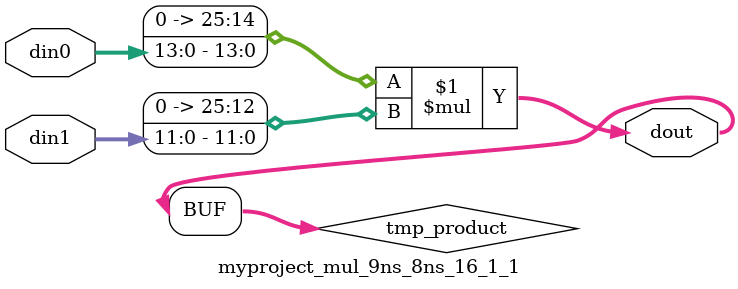
<source format=v>

`timescale 1 ns / 1 ps

 module myproject_mul_9ns_8ns_16_1_1(din0, din1, dout);
parameter ID = 1;
parameter NUM_STAGE = 0;
parameter din0_WIDTH = 14;
parameter din1_WIDTH = 12;
parameter dout_WIDTH = 26;

input [din0_WIDTH - 1 : 0] din0; 
input [din1_WIDTH - 1 : 0] din1; 
output [dout_WIDTH - 1 : 0] dout;

wire signed [dout_WIDTH - 1 : 0] tmp_product;
























assign tmp_product = $signed({1'b0, din0}) * $signed({1'b0, din1});











assign dout = tmp_product;





















endmodule

</source>
